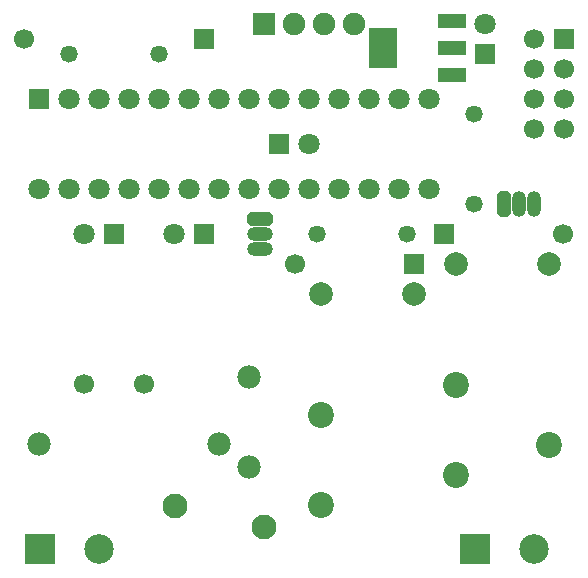
<source format=gbr>
G04 DipTrace 3.0.0.2*
G04 BottomMask.gbr*
%MOIN*%
G04 #@! TF.FileFunction,Soldermask,Bot*
G04 #@! TF.Part,Single*
%AMOUTLINE1*
4,1,8,
-0.023622,-0.031158,
-0.011473,-0.043307,
0.011473,-0.043307,
0.023622,-0.031158,
0.023622,0.031158,
0.011473,0.043307,
-0.011473,0.043307,
-0.023622,0.031158,
-0.023622,-0.031158,
0*%
%AMOUTLINE4*
4,1,8,
-0.031158,0.023622,
-0.043307,0.011473,
-0.043307,-0.011473,
-0.031158,-0.023622,
0.031158,-0.023622,
0.043307,-0.011473,
0.043307,0.011473,
0.031158,0.023622,
-0.031158,0.023622,
0*%
%ADD25C,0.07874*%
%ADD35C,0.074803*%
%ADD36R,0.066929X0.066929*%
%ADD37C,0.066929*%
%ADD52R,0.074803X0.074803*%
%ADD53C,0.082677*%
%ADD54R,0.09252X0.135827*%
%ADD56R,0.09252X0.045276*%
%ADD58C,0.077874*%
%ADD60C,0.077874*%
%ADD62C,0.057874*%
%ADD64C,0.057874*%
%ADD66O,0.086614X0.047244*%
%ADD68O,0.047244X0.086614*%
%ADD70C,0.086614*%
%ADD72R,0.098425X0.098425*%
%ADD74C,0.098425*%
%ADD77C,0.070866*%
%ADD79R,0.070866X0.070866*%
%ADD86OUTLINE1*%
%ADD89OUTLINE4*%
%FSLAX26Y26*%
G04*
G70*
G90*
G75*
G01*
G04 BotMask*
%LPD*%
D79*
X793701Y1593701D3*
D77*
X693701D3*
X993701D3*
D79*
X1093701D3*
D77*
X1443701Y1893701D3*
D79*
X1343701D3*
X2031201Y2193701D3*
D77*
Y2293701D3*
D36*
X1893701Y1593701D3*
D37*
X2291339D3*
D36*
X1793701Y1493701D3*
D37*
X1396063D3*
D36*
X1093701Y2243701D3*
D37*
X693701Y1093701D3*
X893701D3*
X493701Y2243701D3*
D74*
X743701Y543701D3*
D72*
X546850D3*
D74*
X2193701D3*
D72*
X1996850D3*
D25*
X1793701Y1393701D3*
X1481890D3*
D70*
Y990551D3*
Y690551D3*
D25*
X2243701Y1493701D3*
X1931890D3*
D70*
Y1090551D3*
Y790551D3*
X2243701Y890551D3*
D36*
X2293701Y2243701D3*
D37*
X2193701D3*
X2293701Y2143701D3*
X2193701D3*
X2293701Y2043701D3*
X2193701D3*
X2293701Y1943701D3*
X2193701D3*
D86*
X2093701Y1693701D3*
D68*
X2143701D3*
X2193701D3*
D89*
X1281201Y1643701D3*
D66*
Y1593701D3*
Y1543701D3*
D64*
X1468701Y1593701D3*
D62*
X1768701D3*
D64*
X1993701Y1693701D3*
D62*
Y1993701D3*
D64*
X643701Y2193701D3*
D62*
X943701D3*
D60*
X1243701Y1118701D3*
D58*
Y818701D3*
D60*
X543701Y893701D3*
D58*
X1143701D3*
D79*
X543701Y2043701D3*
D77*
X643701D3*
X743701D3*
X843701D3*
X943701D3*
X1043701D3*
X1143701D3*
X1243701D3*
X1343701D3*
X1443701D3*
X1543701D3*
X1643701D3*
X1743701D3*
X1843701D3*
Y1743701D3*
X1743701D3*
X1643701D3*
X1543701D3*
X1443701D3*
X1343701D3*
X1243701D3*
X1143701D3*
X1043701D3*
X943701D3*
X843701D3*
X743701D3*
X643701D3*
X543701D3*
D56*
X1918701Y2306201D3*
Y2215650D3*
Y2125098D3*
D54*
X1690354Y2215650D3*
D53*
X1293701Y618701D3*
X998425Y689567D3*
D52*
X1293701Y2293701D3*
D35*
X1393701D3*
X1493701D3*
X1593701D3*
M02*

</source>
